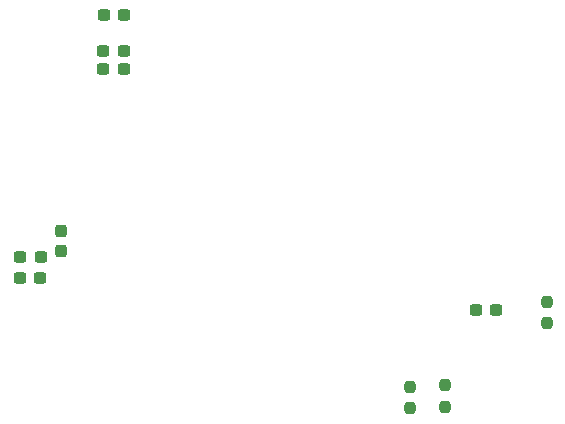
<source format=gbr>
G04 #@! TF.GenerationSoftware,KiCad,Pcbnew,9.0.7*
G04 #@! TF.CreationDate,2026-02-26T12:58:45-06:00*
G04 #@! TF.ProjectId,ImpactInsole_v1,496d7061-6374-4496-9e73-6f6c655f7631,rev?*
G04 #@! TF.SameCoordinates,Original*
G04 #@! TF.FileFunction,Paste,Bot*
G04 #@! TF.FilePolarity,Positive*
%FSLAX46Y46*%
G04 Gerber Fmt 4.6, Leading zero omitted, Abs format (unit mm)*
G04 Created by KiCad (PCBNEW 9.0.7) date 2026-02-26 12:58:45*
%MOMM*%
%LPD*%
G01*
G04 APERTURE LIST*
G04 Aperture macros list*
%AMRoundRect*
0 Rectangle with rounded corners*
0 $1 Rounding radius*
0 $2 $3 $4 $5 $6 $7 $8 $9 X,Y pos of 4 corners*
0 Add a 4 corners polygon primitive as box body*
4,1,4,$2,$3,$4,$5,$6,$7,$8,$9,$2,$3,0*
0 Add four circle primitives for the rounded corners*
1,1,$1+$1,$2,$3*
1,1,$1+$1,$4,$5*
1,1,$1+$1,$6,$7*
1,1,$1+$1,$8,$9*
0 Add four rect primitives between the rounded corners*
20,1,$1+$1,$2,$3,$4,$5,0*
20,1,$1+$1,$4,$5,$6,$7,0*
20,1,$1+$1,$6,$7,$8,$9,0*
20,1,$1+$1,$8,$9,$2,$3,0*%
G04 Aperture macros list end*
%ADD10RoundRect,0.237500X-0.300000X-0.237500X0.300000X-0.237500X0.300000X0.237500X-0.300000X0.237500X0*%
%ADD11RoundRect,0.237500X-0.237500X0.250000X-0.237500X-0.250000X0.237500X-0.250000X0.237500X0.250000X0*%
%ADD12RoundRect,0.237500X0.237500X-0.300000X0.237500X0.300000X-0.237500X0.300000X-0.237500X-0.300000X0*%
%ADD13RoundRect,0.237500X0.237500X-0.250000X0.237500X0.250000X-0.237500X0.250000X-0.237500X-0.250000X0*%
%ADD14RoundRect,0.237500X0.300000X0.237500X-0.300000X0.237500X-0.300000X-0.237500X0.300000X-0.237500X0*%
G04 APERTURE END LIST*
D10*
G04 #@! TO.C,C15*
X80935000Y-89527500D03*
X82660000Y-89527500D03*
G04 #@! TD*
G04 #@! TO.C,C14*
X80897500Y-91277500D03*
X82622500Y-91277500D03*
G04 #@! TD*
D11*
G04 #@! TO.C,R4*
X116880000Y-100327500D03*
X116880000Y-102152500D03*
G04 #@! TD*
D10*
G04 #@! TO.C,C17*
X87977500Y-73560000D03*
X89702500Y-73560000D03*
G04 #@! TD*
D12*
G04 #@! TO.C,C13*
X84410000Y-89020000D03*
X84410000Y-87295000D03*
G04 #@! TD*
D13*
G04 #@! TO.C,R7*
X125490000Y-95102500D03*
X125490000Y-93277500D03*
G04 #@! TD*
D10*
G04 #@! TO.C,C8*
X87955000Y-72080000D03*
X89680000Y-72080000D03*
G04 #@! TD*
G04 #@! TO.C,C16*
X87995000Y-69020000D03*
X89720000Y-69020000D03*
G04 #@! TD*
D14*
G04 #@! TO.C,C6*
X121222500Y-93950000D03*
X119497500Y-93950000D03*
G04 #@! TD*
D13*
G04 #@! TO.C,R3*
X113910000Y-102282500D03*
X113910000Y-100457500D03*
G04 #@! TD*
M02*

</source>
